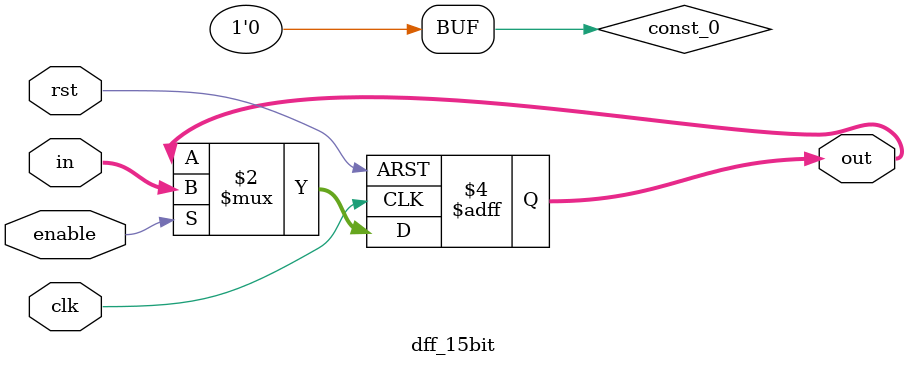
<source format=v>

`timescale 1ns/1ns

module dff_15bit 
(
  input clk,       
  input rst,    
  input enable,    
  input [14:0] in,  
  output reg [14:0] out
);

wire const_0; 

assign const_0 = 1'b0;

always @(posedge clk or posedge rst) begin
  if (rst)
    out <= const_0;
  else if (enable)
    out <= in;
end

endmodule

</source>
